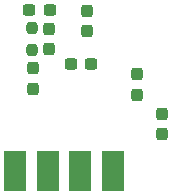
<source format=gbr>
%TF.GenerationSoftware,KiCad,Pcbnew,7.0.9*%
%TF.CreationDate,2024-03-27T20:05:08+00:00*%
%TF.ProjectId,USBHIDAdapter,55534248-4944-4416-9461-707465722e6b,rev?*%
%TF.SameCoordinates,Original*%
%TF.FileFunction,Paste,Bot*%
%TF.FilePolarity,Positive*%
%FSLAX46Y46*%
G04 Gerber Fmt 4.6, Leading zero omitted, Abs format (unit mm)*
G04 Created by KiCad (PCBNEW 7.0.9) date 2024-03-27 20:05:08*
%MOMM*%
%LPD*%
G01*
G04 APERTURE LIST*
G04 Aperture macros list*
%AMRoundRect*
0 Rectangle with rounded corners*
0 $1 Rounding radius*
0 $2 $3 $4 $5 $6 $7 $8 $9 X,Y pos of 4 corners*
0 Add a 4 corners polygon primitive as box body*
4,1,4,$2,$3,$4,$5,$6,$7,$8,$9,$2,$3,0*
0 Add four circle primitives for the rounded corners*
1,1,$1+$1,$2,$3*
1,1,$1+$1,$4,$5*
1,1,$1+$1,$6,$7*
1,1,$1+$1,$8,$9*
0 Add four rect primitives between the rounded corners*
20,1,$1+$1,$2,$3,$4,$5,0*
20,1,$1+$1,$4,$5,$6,$7,0*
20,1,$1+$1,$6,$7,$8,$9,0*
20,1,$1+$1,$8,$9,$2,$3,0*%
G04 Aperture macros list end*
%ADD10R,1.846667X3.480000*%
%ADD11RoundRect,0.237500X-0.237500X0.300000X-0.237500X-0.300000X0.237500X-0.300000X0.237500X0.300000X0*%
%ADD12RoundRect,0.237500X-0.300000X-0.237500X0.300000X-0.237500X0.300000X0.237500X-0.300000X0.237500X0*%
%ADD13RoundRect,0.237500X0.237500X-0.300000X0.237500X0.300000X-0.237500X0.300000X-0.237500X-0.300000X0*%
%ADD14RoundRect,0.237500X0.300000X0.237500X-0.300000X0.237500X-0.300000X-0.237500X0.300000X-0.237500X0*%
%ADD15RoundRect,0.237500X0.237500X-0.250000X0.237500X0.250000X-0.237500X0.250000X-0.237500X-0.250000X0*%
G04 APERTURE END LIST*
D10*
%TO.C,J1*%
X126020000Y-101498400D03*
X128790000Y-101498400D03*
X131560000Y-101498400D03*
X134330000Y-101498400D03*
%TD*%
D11*
%TO.C,C1*%
X138480800Y-96698900D03*
X138480800Y-98423900D03*
%TD*%
D12*
%TO.C,C2*%
X127229700Y-87884000D03*
X128954700Y-87884000D03*
%TD*%
D13*
%TO.C,C4*%
X136372600Y-95071100D03*
X136372600Y-93346100D03*
%TD*%
D14*
%TO.C,C6*%
X132459900Y-92481400D03*
X130734900Y-92481400D03*
%TD*%
D11*
%TO.C,C3*%
X132156200Y-87935900D03*
X132156200Y-89660900D03*
%TD*%
%TO.C,C5*%
X127533400Y-92838100D03*
X127533400Y-94563100D03*
%TD*%
D15*
%TO.C,R2*%
X127457200Y-91260300D03*
X127457200Y-89435300D03*
%TD*%
D11*
%TO.C,C9*%
X128930400Y-89485300D03*
X128930400Y-91210300D03*
%TD*%
M02*

</source>
